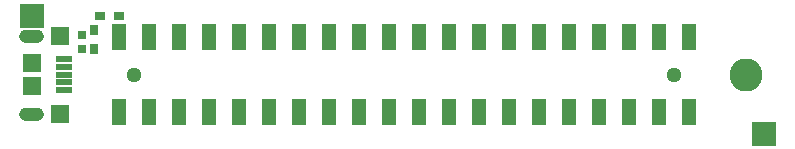
<source format=gts>
G75*
%MOIN*%
%OFA0B0*%
%FSLAX24Y24*%
%IPPOS*%
%LPD*%
%AMOC8*
5,1,8,0,0,1.08239X$1,22.5*
%
%ADD10C,0.1103*%
%ADD11C,0.0437*%
%ADD12R,0.0571X0.0197*%
%ADD13R,0.0631X0.0631*%
%ADD14C,0.0437*%
%ADD15R,0.0316X0.0375*%
%ADD16R,0.0276X0.0276*%
%ADD17C,0.0434*%
%ADD18R,0.0787X0.0787*%
%ADD19R,0.0473X0.0906*%
%ADD20C,0.0512*%
%ADD21R,0.0375X0.0316*%
D10*
X024741Y015990D03*
D11*
X001108Y014691D02*
X000712Y014691D01*
X000712Y017289D02*
X001108Y017289D01*
D12*
X001985Y016502D03*
X001985Y016246D03*
X001985Y015990D03*
X001985Y015734D03*
X001985Y015478D03*
D13*
X000922Y015596D03*
X000922Y016384D03*
X001867Y017289D03*
X001867Y014691D03*
D14*
X001107Y014691D03*
X000713Y014691D03*
X000713Y017289D03*
X001107Y017289D03*
D15*
X003003Y017466D03*
X003003Y016836D03*
D16*
X002583Y016834D03*
X002583Y017306D03*
D17*
X000922Y017959D03*
X025331Y014022D03*
D18*
X025331Y014022D03*
X000922Y017959D03*
D19*
X003823Y017240D03*
X004823Y017240D03*
X005823Y017240D03*
X006823Y017240D03*
X007823Y017240D03*
X008823Y017240D03*
X009823Y017240D03*
X010823Y017240D03*
X011823Y017240D03*
X012823Y017240D03*
X013823Y017240D03*
X014823Y017240D03*
X015823Y017240D03*
X016823Y017240D03*
X017823Y017240D03*
X018823Y017240D03*
X019823Y017240D03*
X020823Y017240D03*
X021823Y017240D03*
X022823Y017240D03*
X022823Y014740D03*
X021823Y014740D03*
X020823Y014740D03*
X019823Y014740D03*
X018823Y014740D03*
X017823Y014740D03*
X016823Y014740D03*
X015823Y014740D03*
X014823Y014740D03*
X013823Y014740D03*
X012823Y014740D03*
X011823Y014740D03*
X010823Y014740D03*
X009823Y014740D03*
X008823Y014740D03*
X007823Y014740D03*
X006823Y014740D03*
X005823Y014740D03*
X004823Y014740D03*
X003823Y014740D03*
D20*
X004323Y015990D03*
X022323Y015990D03*
D21*
X003828Y017940D03*
X003198Y017940D03*
M02*

</source>
